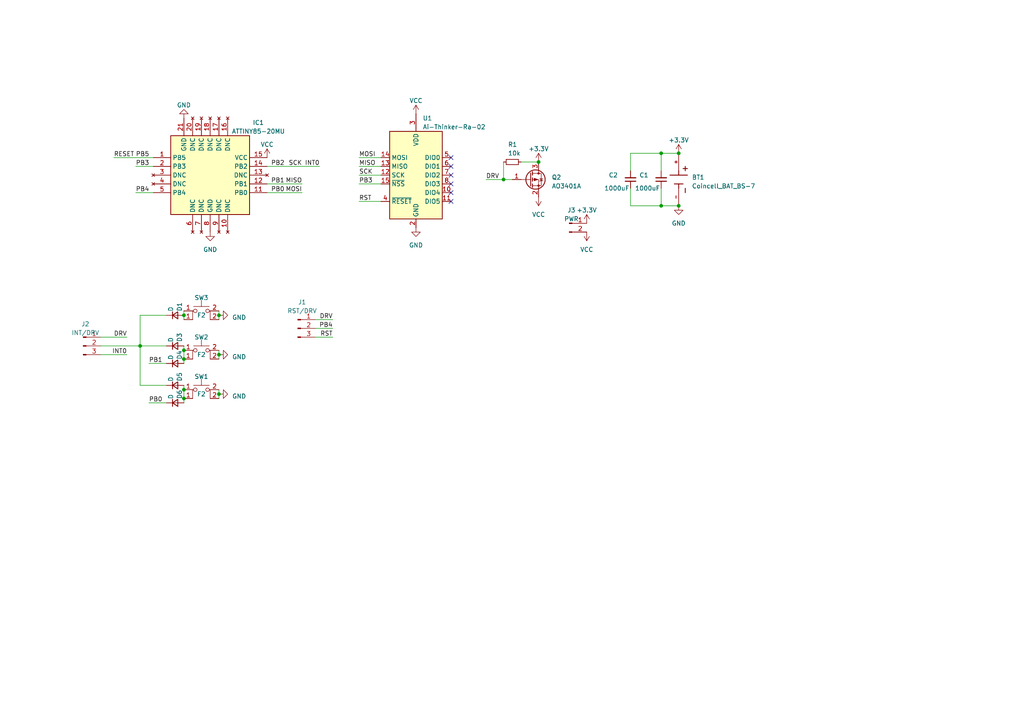
<source format=kicad_sch>
(kicad_sch (version 20230121) (generator eeschema)
  (paper "A4")
  (lib_symbols
    (symbol "Connector:Conn_01x02_Pin" (pin_names (offset 1.016) hide)
      (property "Reference" "J" (at 0 2.54 0))
      (property "Value" "Conn_01x02_Pin" (at 0 -5.08 0))
      (symbol "Conn_01x02_Pin_1_1"
        (polyline (pts (xy 1.27 -2.54) (xy 0.8636 -2.54)) (stroke (width 0.1524)))
        (polyline (pts (xy 1.27 0) (xy 0.8636 0)) (stroke (width 0.1524)))
        (rectangle (start 0.8636 -2.413) (end 0 -2.667) (stroke (width 0.1524)) (fill (type outline)))
        (rectangle (start 0.8636 0.127) (end 0 -0.127) (stroke (width 0.1524)) (fill (type outline)))
        (pin passive line (at 5.08 0 180) (length 3.81) (name "Pin_1") (number "1"))
        (pin passive line (at 5.08 -2.54 180) (length 3.81) (name "Pin_2") (number "2"))
      )
    )
    (symbol "Connector:Conn_01x03_Pin" (pin_names (offset 1.016) hide)
      (property "Reference" "J" (at 0 5.08 0))
      (property "Value" "Conn_01x03_Pin" (at 0 -5.08 0))
      (symbol "Conn_01x03_Pin_1_1"
        (polyline (pts (xy 1.27 -2.54) (xy 0.8636 -2.54)) (stroke (width 0.1524)))
        (polyline (pts (xy 1.27 0) (xy 0.8636 0)) (stroke (width 0.1524)))
        (polyline (pts (xy 1.27 2.54) (xy 0.8636 2.54)) (stroke (width 0.1524)))
        (rectangle (start 0.8636 -2.413) (end 0 -2.667) (stroke (width 0.1524)) (fill (type outline)))
        (rectangle (start 0.8636 0.127) (end 0 -0.127) (stroke (width 0.1524)) (fill (type outline)))
        (rectangle (start 0.8636 2.667) (end 0 2.413) (stroke (width 0.1524)) (fill (type outline)))
        (pin passive line (at 5.08 2.54 180) (length 3.81) (name "Pin_1") (number "1"))
        (pin passive line (at 5.08 0 180) (length 3.81) (name "Pin_2") (number "2"))
        (pin passive line (at 5.08 -2.54 180) (length 3.81) (name "Pin_3") (number "3"))
      )
    )
    (symbol "Custom:ATTINY85-20MU"
      (property "Reference" "IC" (at 10.16 17.78 0))
      (property "Value" "ATTINY85-20MU" (at 10.16 15.24 0))
      (symbol "ATTINY85-20MU_1_1"
        (rectangle (start -11.43 11.43) (end 11.43 -11.43) (stroke (width 0.254)) (fill (type background)))
        (pin input line (at -16.51 5.08 0) (length 5.08) (name "PB5") (number "1"))
        (pin no_connect line (at 5.08 -16.51 90) (length 5.08) (name "DNC") (number "10"))
        (pin input line (at 16.51 -5.08 180) (length 5.08) (name "PB0") (number "11"))
        (pin input line (at 16.51 -2.54 180) (length 5.08) (name "PB1") (number "12"))
        (pin no_connect line (at 16.51 0 180) (length 5.08) (name "DNC") (number "13"))
        (pin input line (at 16.51 2.54 180) (length 5.08) (name "PB2") (number "14"))
        (pin power_in line (at 16.51 5.08 180) (length 5.08) (name "VCC") (number "15"))
        (pin no_connect line (at 5.08 16.51 270) (length 5.08) (name "DNC") (number "16"))
        (pin no_connect line (at 2.54 16.51 270) (length 5.08) (name "DNC") (number "17"))
        (pin no_connect line (at 0 16.51 270) (length 5.08) (name "DNC") (number "18"))
        (pin no_connect line (at -2.54 16.51 270) (length 5.08) (name "DNC") (number "19"))
        (pin input line (at -16.51 2.54 0) (length 5.08) (name "PB3") (number "2"))
        (pin no_connect line (at -5.08 16.51 270) (length 5.08) (name "DNC") (number "20"))
        (pin passive line (at -7.62 16.51 270) (length 5.08) (name "GND") (number "21"))
        (pin no_connect line (at -16.51 0 0) (length 5.08) (name "DNC") (number "3"))
        (pin no_connect line (at -16.51 -2.54 0) (length 5.08) (name "DNC") (number "4"))
        (pin output line (at -16.51 -5.08 0) (length 5.08) (name "PB4") (number "5"))
        (pin no_connect line (at -5.08 -16.51 90) (length 5.08) (name "DNC") (number "6"))
        (pin no_connect line (at -2.54 -16.51 90) (length 5.08) (name "DNC") (number "7"))
        (pin power_in line (at 0 -16.51 90) (length 5.08) (name "GND") (number "8"))
        (pin no_connect line (at 2.54 -16.51 90) (length 5.08) (name "DNC") (number "9"))
      )
    )
    (symbol "Custom:Coincell_BAT_BS-7" (pin_names (offset 1.016))
      (property "Reference" "BT" (at -3.81 3.81 0))
      (property "Value" "Coincell_BAT_BS-7" (at -3.81 -5.08 0))
      (symbol "Coincell_BAT_BS-7_0_0"
        (polyline (pts (xy -3.81 1.905) (xy -2.54 1.905)) (stroke (width 0.254)))
        (polyline (pts (xy -3.175 2.54) (xy -3.175 1.27)) (stroke (width 0.254)))
        (polyline (pts (xy -1.27 0) (xy -2.54 0)) (stroke (width 0.254)))
        (polyline (pts (xy -1.27 0) (xy -1.27 -2.54)) (stroke (width 0.254)))
        (polyline (pts (xy -1.27 2.54) (xy -1.27 0)) (stroke (width 0.254)))
        (polyline (pts (xy 1.27 0) (xy 1.27 -1.27)) (stroke (width 0.254)))
        (polyline (pts (xy 1.27 0) (xy 2.54 0)) (stroke (width 0.254)))
        (polyline (pts (xy 1.27 1.27) (xy 1.27 0)) (stroke (width 0.254)))
        (polyline (pts (xy 2.54 1.905) (xy 3.81 1.905)) (stroke (width 0.254)))
        (pin passive line (at -7.62 0 0) (length 5.08) (name "~") (number "+"))
        (pin passive line (at 7.62 0 180) (length 5.08) (name "~") (number "-"))
      )
    )
    (symbol "Device:C_Small" (pin_numbers hide) (pin_names (offset 0.254) hide)
      (property "Reference" "C" (at 0.254 1.778 0))
      (property "Value" "C_Small" (at 0.254 -2.032 0))
      (symbol "C_Small_0_1"
        (polyline (pts (xy -1.524 -0.508) (xy 1.524 -0.508)) (stroke (width 0.3302)))
        (polyline (pts (xy -1.524 0.508) (xy 1.524 0.508)) (stroke (width 0.3048)))
      )
      (symbol "C_Small_1_1"
        (pin passive line (at 0 2.54 270) (length 2.032) (name "~") (number "1"))
        (pin passive line (at 0 -2.54 90) (length 2.032) (name "~") (number "2"))
      )
    )
    (symbol "Device:D_Small" (pin_numbers hide) (pin_names (offset 0.254) hide)
      (property "Reference" "D" (at -1.27 2.032 0))
      (property "Value" "D_Small" (at -3.81 -2.032 0))
      (symbol "D_Small_0_1"
        (polyline (pts (xy -0.762 -1.016) (xy -0.762 1.016)) (stroke (width 0.254)))
        (polyline (pts (xy -0.762 0) (xy 0.762 0)))
        (polyline (pts (xy 0.762 -1.016) (xy -0.762 0) (xy 0.762 1.016) (xy 0.762 -1.016)) (stroke (width 0.254)))
      )
      (symbol "D_Small_1_1"
        (pin passive line (at -2.54 0 0) (length 1.778) (name "K") (number "1"))
        (pin passive line (at 2.54 0 180) (length 1.778) (name "A") (number "2"))
      )
    )
    (symbol "Device:R_Small" (pin_numbers hide) (pin_names (offset 0.254) hide)
      (property "Reference" "R" (at 0.762 0.508 0))
      (property "Value" "R_Small" (at 0.762 -1.016 0))
      (symbol "R_Small_0_1"
        (rectangle (start -0.762 1.778) (end 0.762 -1.778) (stroke (width 0.2032)))
      )
      (symbol "R_Small_1_1"
        (pin passive line (at 0 2.54 270) (length 0.762) (name "~") (number "1"))
        (pin passive line (at 0 -2.54 90) (length 0.762) (name "~") (number "2"))
      )
    )
    (symbol "RF_Module:Ai-Thinker-Ra-02"
      (property "Reference" "U" (at 2.54 19.05 0))
      (property "Value" "Ai-Thinker-Ra-02" (at 13.97 -15.24 0))
      (symbol "Ai-Thinker-Ra-02_0_1"
        (rectangle (start -7.62 12.7) (end 7.62 -12.7) (stroke (width 0.254)) (fill (type background)))
      )
      (symbol "Ai-Thinker-Ra-02_1_1"
        (pin passive line (at 0 -15.24 90) (length 2.54) hide (name "GND") (number "1"))
        (pin bidirectional line (at 10.16 -5.08 180) (length 2.54) (name "DIO4") (number "10"))
        (pin bidirectional line (at 10.16 -7.62 180) (length 2.54) (name "DIO5") (number "11"))
        (pin input line (at -10.16 0 0) (length 2.54) (name "SCK") (number "12"))
        (pin output line (at -10.16 2.54 0) (length 2.54) (name "MISO") (number "13"))
        (pin input line (at -10.16 5.08 0) (length 2.54) (name "MOSI") (number "14"))
        (pin input line (at -10.16 -2.54 0) (length 2.54) (name "~{NSS}") (number "15"))
        (pin passive line (at 0 -15.24 90) (length 2.54) hide (name "GND") (number "16"))
        (pin power_in line (at 0 -15.24 90) (length 2.54) (name "GND") (number "2"))
        (pin power_in line (at 0 17.78 270) (length 5.08) (name "VDD") (number "3"))
        (pin input line (at -10.16 -7.62 0) (length 2.54) (name "~{RESET}") (number "4"))
        (pin bidirectional line (at 10.16 5.08 180) (length 2.54) (name "DIO0") (number "5"))
        (pin bidirectional line (at 10.16 2.54 180) (length 2.54) (name "DIO1") (number "6"))
        (pin bidirectional line (at 10.16 0 180) (length 2.54) (name "DIO2") (number "7"))
        (pin bidirectional line (at 10.16 -2.54 180) (length 2.54) (name "DIO3") (number "8"))
        (pin passive line (at 0 -15.24 90) (length 2.54) hide (name "GND") (number "9"))
      )
    )
    (symbol "SW_MEC_5E_1" (pin_names (offset 1.016) hide)
      (property "Reference" "SW2" (at 0 6.35 0))
      (property "Value" "F2" (at 0 1.27 0))
      (symbol "SW_MEC_5E_1_0_1"
        (circle (center -1.778 2.54) (radius 0.508))
        (polyline (pts (xy -2.286 3.81) (xy 2.286 3.81)))
        (polyline (pts (xy 0 3.81) (xy 0 5.588)))
        (polyline (pts (xy -2.54 0) (xy -2.54 2.54) (xy -2.286 2.54)))
        (polyline (pts (xy 2.54 0) (xy 2.54 2.54) (xy 2.286 2.54)))
        (circle (center 1.778 2.54) (radius 0.508))
        (pin passive line (at -5.08 0 0) (length 2.54) (name "1") (number "1"))
        (pin passive line (at -5.08 2.54 0) (length 2.54) (name "1") (number "1"))
        (pin passive line (at 5.08 0 180) (length 2.54) (name "2") (number "2"))
        (pin passive line (at 5.08 2.54 180) (length 2.54) (name "2") (number "2"))
      )
    )
    (symbol "Transistor_FET:AO3401A" (pin_names hide)
      (property "Reference" "Q" (at 5.08 1.905 0))
      (property "Value" "AO3401A" (at 5.08 0 0))
      (symbol "AO3401A_0_1"
        (polyline (pts (xy 0.254 0) (xy -2.54 0)))
        (polyline (pts (xy 0.254 1.905) (xy 0.254 -1.905)) (stroke (width 0.254)))
        (polyline (pts (xy 0.762 -1.27) (xy 0.762 -2.286)) (stroke (width 0.254)))
        (polyline (pts (xy 0.762 0.508) (xy 0.762 -0.508)) (stroke (width 0.254)))
        (polyline (pts (xy 0.762 2.286) (xy 0.762 1.27)) (stroke (width 0.254)))
        (polyline (pts (xy 2.54 2.54) (xy 2.54 1.778)))
        (polyline (pts (xy 2.54 -2.54) (xy 2.54 0) (xy 0.762 0)))
        (polyline (pts (xy 0.762 1.778) (xy 3.302 1.778) (xy 3.302 -1.778) (xy 0.762 -1.778)))
        (polyline (pts (xy 2.286 0) (xy 1.27 0.381) (xy 1.27 -0.381) (xy 2.286 0)) (fill (type outline)))
        (polyline (pts (xy 2.794 -0.508) (xy 2.921 -0.381) (xy 3.683 -0.381) (xy 3.81 -0.254)))
        (polyline (pts (xy 3.302 -0.381) (xy 2.921 0.254) (xy 3.683 0.254) (xy 3.302 -0.381)))
        (circle (center 1.651 0) (radius 2.794) (stroke (width 0.254)))
        (circle (center 2.54 -1.778) (radius 0.254) (fill (type outline)))
        (circle (center 2.54 1.778) (radius 0.254) (fill (type outline)))
      )
      (symbol "AO3401A_1_1"
        (pin input line (at -5.08 0 0) (length 2.54) (name "G") (number "1"))
        (pin passive line (at 2.54 -5.08 90) (length 2.54) (name "S") (number "2"))
        (pin passive line (at 2.54 5.08 270) (length 2.54) (name "D") (number "3"))
      )
    )
    (symbol "power:+3.3V" (power) (pin_names (offset 0))
      (property "Value" "+3.3V" (at 0 3.556 0))
      (symbol "+3.3V_0_1"
        (polyline (pts (xy -0.762 1.27) (xy 0 2.54)))
        (polyline (pts (xy 0 0) (xy 0 2.54)))
        (polyline (pts (xy 0 2.54) (xy 0.762 1.27)))
      )
      (symbol "+3.3V_1_1"
        (pin power_in line (at 0 0 90) (length 0) hide (name "+3.3V") (number "1"))
      )
    )
    (symbol "power:GND" (power) (pin_names (offset 0))
      (property "Value" "GND" (at 0 -3.81 0))
      (symbol "GND_0_1"
        (polyline (pts (xy 0 0) (xy 0 -1.27) (xy 1.27 -1.27) (xy 0 -2.54) (xy -1.27 -1.27) (xy 0 -1.27)))
      )
      (symbol "GND_1_1"
        (pin power_in line (at 0 0 270) (length 0) hide (name "GND") (number "1"))
      )
    )
    (symbol "power:VCC" (power) (pin_names (offset 0))
      (property "Value" "VCC" (at 0 3.81 0))
      (symbol "VCC_0_1"
        (polyline (pts (xy -0.762 1.27) (xy 0 2.54)))
        (polyline (pts (xy 0 0) (xy 0 2.54)))
        (polyline (pts (xy 0 2.54) (xy 0.762 1.27)))
      )
      (symbol "VCC_1_1"
        (pin power_in line (at 0 0 90) (length 0) hide (name "VCC") (number "1"))
      )
    )
  )
  (junction (at 63.5 91.44))
  (junction (at 63.5 114.3))
  (junction (at 63.5 102.87))
  (junction (at 53.34 104.14))
  (junction (at 191.77 59.69))
  (junction (at 196.85 59.69))
  (junction (at 146.05 52.07))
  (junction (at 53.34 113.03))
  (junction (at 53.34 101.6))
  (junction (at 191.77 44.45))
  (junction (at 53.34 115.57))
  (junction (at 40.64 100.33))
  (junction (at 53.34 91.44))
  (junction (at 196.85 44.45))
  (junction (at 156.21 46.99))
  (no_connect (at 130.81 58.42))
  (no_connect (at 130.81 48.26))
  (no_connect (at 130.81 55.88))
  (no_connect (at 130.81 45.72))
  (no_connect (at 130.81 50.8))
  (no_connect (at 130.81 53.34))
  (wire (pts (xy 33.02 45.72) (xy 44.45 45.72)))
  (wire (pts (xy 91.44 92.71) (xy 96.52 92.71)))
  (wire (pts (xy 146.05 52.07) (xy 148.59 52.07)))
  (wire (pts (xy 191.77 59.69) (xy 196.85 59.69)))
  (wire (pts (xy 39.37 55.88) (xy 44.45 55.88)))
  (wire (pts (xy 63.5 101.6) (xy 63.5 102.87)))
  (wire (pts (xy 53.34 113.03) (xy 53.34 115.57)))
  (wire (pts (xy 53.34 115.57) (xy 53.34 116.84)))
  (wire (pts (xy 53.34 91.44) (xy 53.34 92.71)))
  (wire (pts (xy 146.05 46.99) (xy 146.05 52.07)))
  (wire (pts (xy 53.34 111.76) (xy 53.34 113.03)))
  (wire (pts (xy 104.14 45.72) (xy 110.49 45.72)))
  (wire (pts (xy 43.18 116.84) (xy 48.26 116.84)))
  (wire (pts (xy 63.5 102.87) (xy 63.5 104.14)))
  (wire (pts (xy 63.5 90.17) (xy 63.5 91.44)))
  (wire (pts (xy 104.14 50.8) (xy 110.49 50.8)))
  (wire (pts (xy 63.5 91.44) (xy 63.5 92.71)))
  (wire (pts (xy 29.21 97.79) (xy 36.83 97.79)))
  (wire (pts (xy 104.14 48.26) (xy 110.49 48.26)))
  (wire (pts (xy 53.34 91.44) (xy 53.34 90.17)))
  (wire (pts (xy 104.14 58.42) (xy 110.49 58.42)))
  (wire (pts (xy 77.47 53.34) (xy 87.63 53.34)))
  (wire (pts (xy 40.64 100.33) (xy 40.64 91.44)))
  (wire (pts (xy 151.13 46.99) (xy 156.21 46.99)))
  (wire (pts (xy 104.14 53.34) (xy 110.49 53.34)))
  (wire (pts (xy 182.88 59.69) (xy 191.77 59.69)))
  (wire (pts (xy 40.64 91.44) (xy 48.26 91.44)))
  (wire (pts (xy 182.88 54.61) (xy 182.88 59.69)))
  (wire (pts (xy 182.88 49.53) (xy 182.88 44.45)))
  (wire (pts (xy 63.5 113.03) (xy 63.5 114.3)))
  (wire (pts (xy 29.21 100.33) (xy 40.64 100.33)))
  (wire (pts (xy 53.34 100.33) (xy 53.34 101.6)))
  (wire (pts (xy 39.37 48.26) (xy 44.45 48.26)))
  (wire (pts (xy 40.64 100.33) (xy 40.64 111.76)))
  (wire (pts (xy 29.21 102.87) (xy 36.83 102.87)))
  (wire (pts (xy 182.88 44.45) (xy 191.77 44.45)))
  (wire (pts (xy 40.64 111.76) (xy 48.26 111.76)))
  (wire (pts (xy 191.77 44.45) (xy 196.85 44.45)))
  (wire (pts (xy 91.44 95.25) (xy 96.52 95.25)))
  (wire (pts (xy 63.5 114.3) (xy 63.5 115.57)))
  (wire (pts (xy 91.44 97.79) (xy 96.52 97.79)))
  (wire (pts (xy 43.18 105.41) (xy 48.26 105.41)))
  (wire (pts (xy 40.64 100.33) (xy 48.26 100.33)))
  (wire (pts (xy 53.34 104.14) (xy 53.34 105.41)))
  (wire (pts (xy 191.77 54.61) (xy 191.77 59.69)))
  (wire (pts (xy 77.47 48.26) (xy 92.71 48.26)))
  (wire (pts (xy 140.97 52.07) (xy 146.05 52.07)))
  (wire (pts (xy 77.47 55.88) (xy 87.63 55.88)))
  (wire (pts (xy 53.34 101.6) (xy 53.34 104.14)))
  (wire (pts (xy 191.77 49.53) (xy 191.77 44.45)))
  (label "PB0" (at 82.55 55.88 180))
  (label "PB3" (at 39.37 48.26 0))
  (label "PB4" (at 96.52 95.25 180))
  (label "SCK" (at 104.14 50.8 0))
  (label "MISO" (at 87.63 53.34 180))
  (label "DRV" (at 96.52 92.71 180))
  (label "SCK" (at 87.63 48.26 180))
  (label "INT0" (at 92.71 48.26 180))
  (label "MISO" (at 104.14 48.26 0))
  (label "MOSI" (at 87.63 55.88 180))
  (label "PB2" (at 82.55 48.26 180))
  (label "INT0" (at 36.83 102.87 180))
  (label "PB3" (at 104.14 53.34 0))
  (label "MOSI" (at 104.14 45.72 0))
  (label "PB1" (at 82.55 53.34 180))
  (label "PB0" (at 43.18 116.84 0))
  (label "PB5" (at 39.37 45.72 0))
  (label "RST" (at 96.52 97.79 180))
  (label "DRV" (at 36.83 97.79 180))
  (label "DRV" (at 140.97 52.07 0))
  (label "RESET" (at 33.02 45.72 0))
  (label "PB1" (at 43.18 105.41 0))
  (label "RST" (at 104.14 58.42 0))
  (label "PB4" (at 39.37 55.88 0))
  (symbol (lib_id "power:GND") (at 60.96 67.31 0) (unit 1)
    (property "Reference" "#PWR06" (effects hide))
    (property "Value" "GND" (at 60.96 72.39 0))
  )
  (symbol (lib_id "Device:D_Small") (at 50.8 91.44 0) (unit 1)
    (property "Reference" "D1" (at 52.07 87.63 90) (effects (justify right)))
    (property "Value" "D" (at 49.53 88.9 90) (effects (justify right)))
    (property "Footprint" "Diode_THT:D_DO-35_SOD27_P7.62mm_Horizontal" (effects hide))
    (property "Sim.Device" "D" (effects hide))
    (property "Sim.Pins" "1=K 2=A" (effects hide))
  )
  (symbol (lib_id "power:GND") (at 63.5 114.3 90) (unit 1)
    (property "Reference" "#PWR010" (effects hide))
    (property "Value" "GND" (at 67.31 114.935 90) (effects (justify right)))
  )
  (symbol (lib_name "SW_MEC_5E_1") (lib_id "Switch:SW_MEC_5E") (at 58.42 104.14 0) (unit 1)
    (property "Reference" "SW2" (at 58.42 97.79 0))
    (property "Value" "F2" (at 58.42 102.87 0))
    (property "Footprint" "Button_Switch_THT:SW_PUSH_6mm" (effects hide))
    (property "Datasheet" "http://www.apem.com/int/index.php?controller=attachment&id_attachment=1371" (effects hide))
  )
  (symbol (lib_id "Custom:Coincell_BAT_BS-7") (at 196.85 52.07 270) (unit 1)
    (property "Reference" "BT1" (at 200.66 51.435 90) (effects (justify left)))
    (property "Value" "Coincell_BAT_BS-7" (at 200.66 53.975 90) (effects (justify left)))
    (property "Footprint" "Custom:BAT_BS-7" (effects hide))
    (property "MANUFACTURER" "MPD" (effects hide))
    (property "STANDARD" "Manufacturer recommendations" (effects hide))
    (property "MAXIMUM_PACKAGE_HEIGHT" "9.0mm" (effects hide))
    (property "PARTREV" "H" (effects hide))
  )
  (symbol (lib_id "Transistor_FET:AO3401A") (at 153.67 52.07 0) (unit 1)
    (property "Reference" "Q2" (at 160.02 51.435 0) (effects (justify left)))
    (property "Value" "AO3401A" (at 160.02 53.975 0) (effects (justify left)))
    (property "Footprint" "Package_TO_SOT_SMD:SOT-23" (effects hide))
    (property "Datasheet" "http://www.aosmd.com/pdfs/datasheet/AO3401A.pdf" (effects hide))
  )
  (symbol (lib_id "Device:C_Small") (at 191.77 52.07 180) (unit 1)
    (property "Reference" "C1" (at 185.42 50.8 0) (effects (justify right)))
    (property "Value" "1000uF" (at 184.15 54.61 0) (effects (justify right)))
    (property "Footprint" "Capacitor_THT:C_Disc_D8.0mm_W2.5mm_P5.00mm" (effects hide))
  )
  (symbol (lib_id "Connector:Conn_01x02_Pin") (at 165.1 64.77 0) (unit 1)
    (property "Reference" "J3" (at 165.735 60.96 0))
    (property "Value" "PWR" (at 165.735 63.5 0))
    (property "Footprint" "Jumper:SolderJumper-2_P1.3mm_Open_Pad1.0x1.5mm" (effects hide))
  )
  (symbol (lib_id "Device:D_Small") (at 50.8 100.33 0) (unit 1)
    (property "Reference" "D3" (at 52.07 96.52 90) (effects (justify right)))
    (property "Value" "D" (at 49.53 97.79 90) (effects (justify right)))
    (property "Footprint" "Diode_THT:D_DO-35_SOD27_P7.62mm_Horizontal" (effects hide))
    (property "Sim.Device" "D" (effects hide))
    (property "Sim.Pins" "1=K 2=A" (effects hide))
  )
  (symbol (lib_id "power:GND") (at 120.65 66.04 0) (unit 1)
    (property "Reference" "#PWR05" (effects hide))
    (property "Value" "GND" (at 120.65 71.12 0))
  )
  (symbol (lib_id "Connector:Conn_01x03_Pin") (at 24.13 100.33 0) (unit 1)
    (property "Reference" "J2" (at 24.765 93.98 0))
    (property "Value" "INT/DRV" (at 24.765 96.52 0))
    (property "Footprint" "Jumper:SolderJumper-3_P1.3mm_Open_Pad1.0x1.5mm" (effects hide))
  )
  (symbol (lib_id "Device:C_Small") (at 182.88 52.07 180) (unit 1)
    (property "Reference" "C2" (at 176.53 50.8 0) (effects (justify right)))
    (property "Value" "1000uF" (at 175.26 54.61 0) (effects (justify right)))
    (property "Footprint" "Capacitor_THT:C_Disc_D8.0mm_W2.5mm_P5.00mm" (effects hide))
  )
  (symbol (lib_id "power:+3.3V") (at 170.18 64.77 0) (unit 1)
    (property "Reference" "#PWR04" (effects hide))
    (property "Value" "+3.3V" (at 170.18 60.96 0))
  )
  (symbol (lib_id "Device:D_Small") (at 50.8 111.76 0) (unit 1)
    (property "Reference" "D5" (at 52.07 107.95 90) (effects (justify right)))
    (property "Value" "D" (at 49.53 109.22 90) (effects (justify right)))
    (property "Footprint" "Diode_THT:D_DO-35_SOD27_P7.62mm_Horizontal" (effects hide))
    (property "Sim.Device" "D" (effects hide))
    (property "Sim.Pins" "1=K 2=A" (effects hide))
  )
  (symbol (lib_id "power:VCC") (at 170.18 67.31 180) (unit 1)
    (property "Reference" "#PWR01" (effects hide))
    (property "Value" "VCC" (at 170.18 72.39 0))
  )
  (symbol (lib_id "Device:D_Small") (at 50.8 105.41 0) (unit 1)
    (property "Reference" "D4" (at 52.07 101.6 90) (effects (justify right)))
    (property "Value" "D" (at 49.53 102.87 90) (effects (justify right)))
    (property "Footprint" "Diode_THT:D_DO-35_SOD27_P7.62mm_Horizontal" (effects hide))
    (property "Sim.Device" "D" (effects hide))
    (property "Sim.Pins" "1=K 2=A" (effects hide))
  )
  (symbol (lib_id "power:GND") (at 53.34 34.29 180) (unit 1)
    (property "Reference" "#PWR07" (effects hide))
    (property "Value" "GND" (at 53.34 30.48 0))
  )
  (symbol (lib_id "power:VCC") (at 77.47 45.72 0) (unit 1)
    (property "Reference" "#PWR02" (effects hide))
    (property "Value" "VCC" (at 77.47 41.91 0))
  )
  (symbol (lib_name "SW_MEC_5E_1") (lib_id "Switch:SW_MEC_5E") (at 58.42 92.71 0) (unit 1)
    (property "Reference" "SW3" (at 58.42 86.36 0))
    (property "Value" "F2" (at 58.42 91.44 0))
    (property "Footprint" "Button_Switch_THT:SW_PUSH_6mm" (effects hide))
    (property "Datasheet" "http://www.apem.com/int/index.php?controller=attachment&id_attachment=1371" (effects hide))
  )
  (symbol (lib_name "SW_MEC_5E_1") (lib_id "Switch:SW_MEC_5E") (at 58.42 115.57 0) (unit 1)
    (property "Reference" "SW1" (at 58.42 109.22 0))
    (property "Value" "F2" (at 58.42 114.3 0))
    (property "Footprint" "Button_Switch_THT:SW_PUSH_6mm" (effects hide))
    (property "Datasheet" "http://www.apem.com/int/index.php?controller=attachment&id_attachment=1371" (effects hide))
  )
  (symbol (lib_id "power:GND") (at 196.85 59.69 0) (unit 1)
    (property "Reference" "#PWR018" (effects hide))
    (property "Value" "GND" (at 196.85 64.77 0))
  )
  (symbol (lib_id "Custom:ATTINY85-20MU") (at 60.96 50.8 0) (unit 1)
    (property "Reference" "IC1" (at 74.93 35.56 0))
    (property "Value" "ATTINY85-20MU" (at 74.93 38.1 0))
    (property "Footprint" "Custom:QFN50P400X400X80-21N-D" (effects hide))
    (property "Datasheet" "http://www.atmel.com/Images/Atmel-2586-AVR-8-bit-Microcontroller-ATtiny25-ATtiny45-ATtiny85_Datasheet.pdf" (effects hide))
    (property "Height" "0.8" (effects hide))
    (property "Mouser Part Number" "556-ATTINY85-20MU" (effects hide))
    (property "Mouser Price/Stock" "https://www.mouser.co.uk/ProductDetail/Microchip-Technology/ATTINY85-20MU?qs=8jWQYweyg6PrfFUt16UN%252Bg%3D%3D" (effects hide))
    (property "Manufacturer_Name" "Microchip" (effects hide))
    (property "Manufacturer_Part_Number" "ATTINY85-20MU" (effects hide))
  )
  (symbol (lib_id "power:VCC") (at 120.65 33.02 0) (unit 1)
    (property "Reference" "#PWR03" (effects hide))
    (property "Value" "VCC" (at 120.65 29.21 0))
  )
  (symbol (lib_id "Device:D_Small") (at 50.8 116.84 0) (unit 1)
    (property "Reference" "D6" (at 52.07 113.03 90) (effects (justify right)))
    (property "Value" "D" (at 49.53 114.3 90) (effects (justify right)))
    (property "Footprint" "Diode_THT:D_DO-35_SOD27_P7.62mm_Horizontal" (effects hide))
    (property "Sim.Device" "D" (effects hide))
    (property "Sim.Pins" "1=K 2=A" (effects hide))
  )
  (symbol (lib_id "Connector:Conn_01x03_Pin") (at 86.36 95.25 0) (unit 1)
    (property "Reference" "J1" (at 87.63 87.63 0))
    (property "Value" "RST/DRV" (at 87.63 90.17 0))
    (property "Footprint" "Jumper:SolderJumper-3_P1.3mm_Open_Pad1.0x1.5mm" (effects hide))
  )
  (symbol (lib_id "RF_Module:Ai-Thinker-Ra-02") (at 120.65 50.8 0) (unit 1)
    (property "Reference" "U1" (at 122.6059 34.29 0) (effects (justify left)))
    (property "Value" "Ai-Thinker-Ra-02" (at 122.6059 36.83 0) (effects (justify left)))
    (property "Footprint" "RF_Module:Ai-Thinker-Ra-01-LoRa" (effects hide))
    (property "Datasheet" "http://wiki.ai-thinker.com/_media/lora/docs/c048ps01a1_ra-02_product_specification_v1.1.pdf" (effects hide))
  )
  (symbol (lib_id "power:GND") (at 63.5 91.44 90) (unit 1)
    (property "Reference" "#PWR08" (effects hide))
    (property "Value" "GND" (at 67.31 92.075 90) (effects (justify right)))
  )
  (symbol (lib_id "power:GND") (at 63.5 102.87 90) (unit 1)
    (property "Reference" "#PWR09" (effects hide))
    (property "Value" "GND" (at 67.31 103.505 90) (effects (justify right)))
  )
  (symbol (lib_id "power:VCC") (at 156.21 57.15 180) (unit 1)
    (property "Reference" "#PWR014" (effects hide))
    (property "Value" "VCC" (at 156.21 62.23 0))
  )
  (symbol (lib_id "Device:R_Small") (at 148.59 46.99 270) (unit 1)
    (property "Reference" "R1" (at 147.32 41.91 90) (effects (justify left)))
    (property "Value" "10k" (at 147.32 44.45 90) (effects (justify left)))
    (property "Footprint" "Resistor_THT:R_Axial_DIN0207_L6.3mm_D2.5mm_P10.16mm_Horizontal" (effects hide))
  )
  (symbol (lib_id "power:+3.3V") (at 196.85 44.45 0) (unit 1)
    (property "Reference" "#PWR017" (effects hide))
    (property "Value" "+3.3V" (at 196.85 40.64 0))
  )
  (symbol (lib_id "power:+3.3V") (at 156.21 46.99 0) (unit 1)
    (property "Reference" "#PWR012" (effects hide))
    (property "Value" "+3.3V" (at 156.21 43.18 0))
  )
)
</source>
